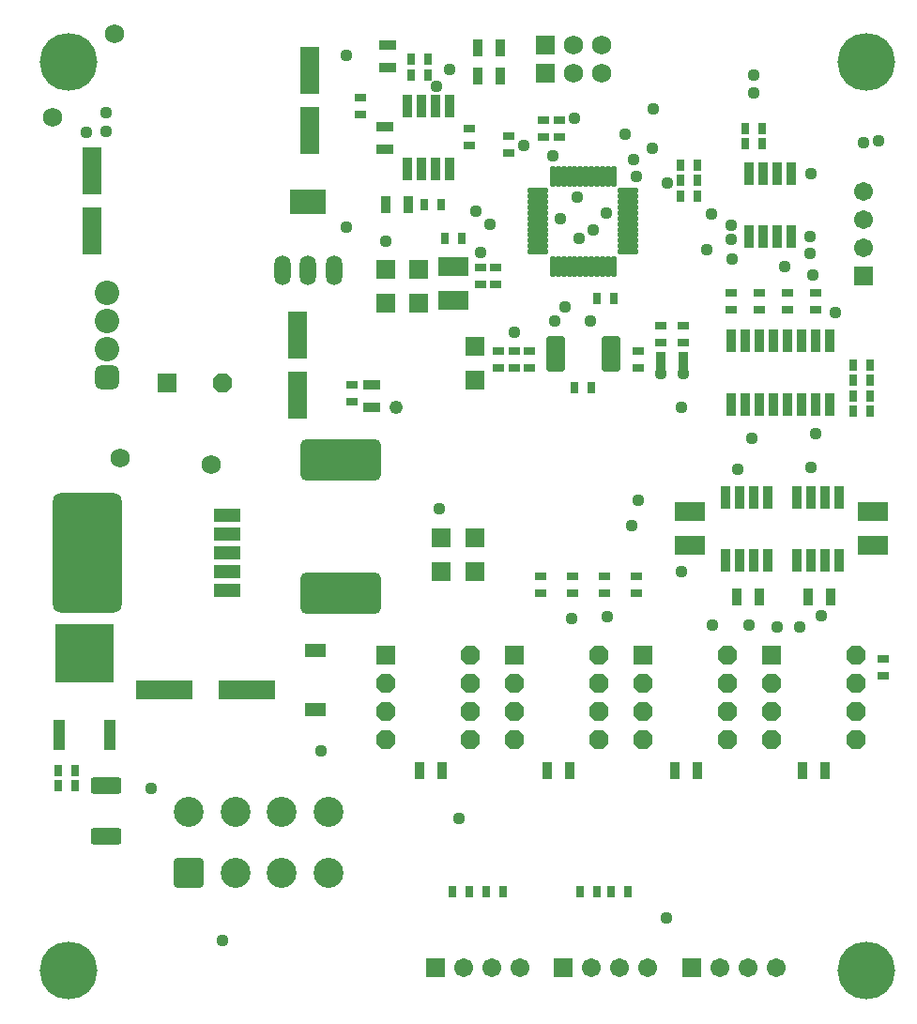
<source format=gts>
%FSAX24Y24*%
%MOIN*%
G70*
G01*
G75*
G04 Layer_Color=8388736*
%ADD10R,0.0350X0.0200*%
%ADD11R,0.0200X0.0350*%
%ADD12R,0.0300X0.0550*%
%ADD13R,0.0550X0.0300*%
%ADD14R,0.0600X0.0600*%
%ADD15R,0.0600X0.0600*%
%ADD16R,0.1000X0.0600*%
%ADD17R,0.0240X0.0760*%
%ADD18R,0.1181X0.0787*%
%ADD19O,0.0500X0.0984*%
%ADD20O,0.0118X0.0689*%
%ADD21O,0.0689X0.0118*%
%ADD22R,0.0650X0.0400*%
%ADD23C,0.0600*%
G04:AMPARAMS|DCode=24|XSize=59.1mil|YSize=118.1mil|CornerRadius=5.9mil|HoleSize=0mil|Usage=FLASHONLY|Rotation=180.000|XOffset=0mil|YOffset=0mil|HoleType=Round|Shape=RoundedRectangle|*
%AMROUNDEDRECTD24*
21,1,0.0591,0.1063,0,0,180.0*
21,1,0.0472,0.1181,0,0,180.0*
1,1,0.0118,-0.0236,0.0532*
1,1,0.0118,0.0236,0.0532*
1,1,0.0118,0.0236,-0.0532*
1,1,0.0118,-0.0236,-0.0532*
%
%ADD24ROUNDEDRECTD24*%
G04:AMPARAMS|DCode=25|XSize=100mil|YSize=50mil|CornerRadius=5mil|HoleSize=0mil|Usage=FLASHONLY|Rotation=180.000|XOffset=0mil|YOffset=0mil|HoleType=Round|Shape=RoundedRectangle|*
%AMROUNDEDRECTD25*
21,1,0.1000,0.0400,0,0,180.0*
21,1,0.0900,0.0500,0,0,180.0*
1,1,0.0100,-0.0450,0.0200*
1,1,0.0100,0.0450,0.0200*
1,1,0.0100,0.0450,-0.0200*
1,1,0.0100,-0.0450,-0.0200*
%
%ADD25ROUNDEDRECTD25*%
%ADD26R,0.2008X0.2000*%
%ADD27R,0.0315X0.0984*%
G04:AMPARAMS|DCode=28|XSize=275.6mil|YSize=137.8mil|CornerRadius=13.8mil|HoleSize=0mil|Usage=FLASHONLY|Rotation=180.000|XOffset=0mil|YOffset=0mil|HoleType=Round|Shape=RoundedRectangle|*
%AMROUNDEDRECTD28*
21,1,0.2756,0.1102,0,0,180.0*
21,1,0.2480,0.1378,0,0,180.0*
1,1,0.0276,-0.1240,0.0551*
1,1,0.0276,0.1240,0.0551*
1,1,0.0276,0.1240,-0.0551*
1,1,0.0276,-0.1240,-0.0551*
%
%ADD28ROUNDEDRECTD28*%
%ADD29R,0.0850X0.0421*%
G04:AMPARAMS|DCode=30|XSize=417.3mil|YSize=236.2mil|CornerRadius=23.6mil|HoleSize=0mil|Usage=FLASHONLY|Rotation=90.000|XOffset=0mil|YOffset=0mil|HoleType=Round|Shape=RoundedRectangle|*
%AMROUNDEDRECTD30*
21,1,0.4173,0.1890,0,0,90.0*
21,1,0.3701,0.2362,0,0,90.0*
1,1,0.0472,0.0945,0.1850*
1,1,0.0472,0.0945,-0.1850*
1,1,0.0472,-0.0945,-0.1850*
1,1,0.0472,-0.0945,0.1850*
%
%ADD30ROUNDEDRECTD30*%
%ADD31C,0.0100*%
%ADD32C,0.0200*%
%ADD33C,0.0080*%
%ADD34C,0.0250*%
%ADD35R,0.2350X0.4000*%
%ADD36R,0.5200X0.0300*%
%ADD37R,0.2200X0.3700*%
%ADD38R,0.3100X0.0700*%
%ADD39C,0.0591*%
%ADD40R,0.0591X0.0591*%
%ADD41P,0.0649X8X112.5*%
%ADD42R,0.0591X0.0591*%
%ADD43P,0.0649X8X22.5*%
%ADD44R,0.0591X0.1575*%
%ADD45C,0.0787*%
G04:AMPARAMS|DCode=46|XSize=78.7mil|YSize=78.7mil|CornerRadius=19.7mil|HoleSize=0mil|Usage=FLASHONLY|Rotation=0.000|XOffset=0mil|YOffset=0mil|HoleType=Round|Shape=RoundedRectangle|*
%AMROUNDEDRECTD46*
21,1,0.0787,0.0394,0,0,0.0*
21,1,0.0394,0.0787,0,0,0.0*
1,1,0.0394,0.0197,-0.0197*
1,1,0.0394,-0.0197,-0.0197*
1,1,0.0394,-0.0197,0.0197*
1,1,0.0394,0.0197,0.0197*
%
%ADD46ROUNDEDRECTD46*%
%ADD47C,0.1969*%
%ADD48R,0.0610X0.0610*%
%ADD49C,0.0610*%
%ADD50R,0.1969X0.0591*%
%ADD51C,0.0984*%
G04:AMPARAMS|DCode=52|XSize=98.4mil|YSize=98.4mil|CornerRadius=9.8mil|HoleSize=0mil|Usage=FLASHONLY|Rotation=90.000|XOffset=0mil|YOffset=0mil|HoleType=Round|Shape=RoundedRectangle|*
%AMROUNDEDRECTD52*
21,1,0.0984,0.0787,0,0,90.0*
21,1,0.0787,0.0984,0,0,90.0*
1,1,0.0197,0.0394,0.0394*
1,1,0.0197,0.0394,-0.0394*
1,1,0.0197,-0.0394,-0.0394*
1,1,0.0197,-0.0394,0.0394*
%
%ADD52ROUNDEDRECTD52*%
%ADD53C,0.0360*%
%ADD54C,0.0400*%
%ADD55R,0.2650X0.2650*%
%ADD56C,0.0060*%
%ADD57C,0.0098*%
%ADD58C,0.0070*%
%ADD59C,0.0079*%
%ADD60R,0.0200X0.1000*%
%ADD61R,0.1050X1.2063*%
%ADD62R,0.1000X0.0200*%
%ADD63R,0.7650X0.1650*%
%ADD64R,0.0197X0.0101*%
%ADD65R,0.6600X0.0656*%
%ADD66R,0.0430X0.0280*%
%ADD67R,0.0280X0.0430*%
%ADD68R,0.0380X0.0630*%
%ADD69R,0.0630X0.0380*%
%ADD70R,0.0680X0.0680*%
%ADD71R,0.0680X0.0680*%
%ADD72R,0.1080X0.0680*%
%ADD73R,0.0320X0.0840*%
%ADD74R,0.1261X0.0867*%
%ADD75O,0.0580X0.1064*%
%ADD76O,0.0198X0.0769*%
%ADD77O,0.0769X0.0198*%
%ADD78R,0.0730X0.0480*%
%ADD79C,0.0680*%
G04:AMPARAMS|DCode=80|XSize=67.1mil|YSize=126.1mil|CornerRadius=9.9mil|HoleSize=0mil|Usage=FLASHONLY|Rotation=180.000|XOffset=0mil|YOffset=0mil|HoleType=Round|Shape=RoundedRectangle|*
%AMROUNDEDRECTD80*
21,1,0.0671,0.1063,0,0,180.0*
21,1,0.0472,0.1261,0,0,180.0*
1,1,0.0198,-0.0236,0.0532*
1,1,0.0198,0.0236,0.0532*
1,1,0.0198,0.0236,-0.0532*
1,1,0.0198,-0.0236,-0.0532*
%
%ADD80ROUNDEDRECTD80*%
G04:AMPARAMS|DCode=81|XSize=108mil|YSize=58mil|CornerRadius=9mil|HoleSize=0mil|Usage=FLASHONLY|Rotation=180.000|XOffset=0mil|YOffset=0mil|HoleType=Round|Shape=RoundedRectangle|*
%AMROUNDEDRECTD81*
21,1,0.1080,0.0400,0,0,180.0*
21,1,0.0900,0.0580,0,0,180.0*
1,1,0.0180,-0.0450,0.0200*
1,1,0.0180,0.0450,0.0200*
1,1,0.0180,0.0450,-0.0200*
1,1,0.0180,-0.0450,-0.0200*
%
%ADD81ROUNDEDRECTD81*%
%ADD82R,0.2088X0.2080*%
%ADD83R,0.0395X0.1064*%
G04:AMPARAMS|DCode=84|XSize=283.6mil|YSize=145.8mil|CornerRadius=17.8mil|HoleSize=0mil|Usage=FLASHONLY|Rotation=180.000|XOffset=0mil|YOffset=0mil|HoleType=Round|Shape=RoundedRectangle|*
%AMROUNDEDRECTD84*
21,1,0.2836,0.1102,0,0,180.0*
21,1,0.2480,0.1458,0,0,180.0*
1,1,0.0356,-0.1240,0.0551*
1,1,0.0356,0.1240,0.0551*
1,1,0.0356,0.1240,-0.0551*
1,1,0.0356,-0.1240,-0.0551*
%
%ADD84ROUNDEDRECTD84*%
%ADD85R,0.0930X0.0501*%
G04:AMPARAMS|DCode=86|XSize=425.3mil|YSize=244.2mil|CornerRadius=27.6mil|HoleSize=0mil|Usage=FLASHONLY|Rotation=90.000|XOffset=0mil|YOffset=0mil|HoleType=Round|Shape=RoundedRectangle|*
%AMROUNDEDRECTD86*
21,1,0.4253,0.1890,0,0,90.0*
21,1,0.3701,0.2442,0,0,90.0*
1,1,0.0552,0.0945,0.1850*
1,1,0.0552,0.0945,-0.1850*
1,1,0.0552,-0.0945,-0.1850*
1,1,0.0552,-0.0945,0.1850*
%
%ADD86ROUNDEDRECTD86*%
%ADD87C,0.0671*%
%ADD88R,0.0671X0.0671*%
%ADD89P,0.0736X8X112.5*%
%ADD90R,0.0671X0.0671*%
%ADD91P,0.0736X8X22.5*%
%ADD92R,0.0671X0.1655*%
%ADD93C,0.0867*%
G04:AMPARAMS|DCode=94|XSize=86.7mil|YSize=86.7mil|CornerRadius=23.7mil|HoleSize=0mil|Usage=FLASHONLY|Rotation=0.000|XOffset=0mil|YOffset=0mil|HoleType=Round|Shape=RoundedRectangle|*
%AMROUNDEDRECTD94*
21,1,0.0867,0.0394,0,0,0.0*
21,1,0.0394,0.0867,0,0,0.0*
1,1,0.0474,0.0197,-0.0197*
1,1,0.0474,-0.0197,-0.0197*
1,1,0.0474,-0.0197,0.0197*
1,1,0.0474,0.0197,0.0197*
%
%ADD94ROUNDEDRECTD94*%
%ADD95C,0.2049*%
%ADD96R,0.0690X0.0690*%
%ADD97C,0.0690*%
%ADD98R,0.2049X0.0671*%
%ADD99C,0.1064*%
G04:AMPARAMS|DCode=100|XSize=106.4mil|YSize=106.4mil|CornerRadius=13.8mil|HoleSize=0mil|Usage=FLASHONLY|Rotation=90.000|XOffset=0mil|YOffset=0mil|HoleType=Round|Shape=RoundedRectangle|*
%AMROUNDEDRECTD100*
21,1,0.1064,0.0787,0,0,90.0*
21,1,0.0787,0.1064,0,0,90.0*
1,1,0.0277,0.0394,0.0394*
1,1,0.0277,0.0394,-0.0394*
1,1,0.0277,-0.0394,-0.0394*
1,1,0.0277,-0.0394,0.0394*
%
%ADD100ROUNDEDRECTD100*%
%ADD101C,0.0440*%
%ADD102C,0.0480*%
D66*
X098100Y093431D02*
D03*
Y092831D02*
D03*
X097650Y088761D02*
D03*
Y088161D02*
D03*
X103500Y086111D02*
D03*
Y086711D02*
D03*
X104300Y086111D02*
D03*
Y086711D02*
D03*
X099350Y094011D02*
D03*
Y093411D02*
D03*
X099900Y094011D02*
D03*
Y093411D02*
D03*
X096700Y093711D02*
D03*
Y093111D02*
D03*
X111400Y074261D02*
D03*
Y074861D02*
D03*
X102650Y077811D02*
D03*
Y077211D02*
D03*
X101517Y077811D02*
D03*
Y077211D02*
D03*
X099250Y077811D02*
D03*
Y077211D02*
D03*
X100383Y077811D02*
D03*
Y077211D02*
D03*
X109000Y087861D02*
D03*
Y087261D02*
D03*
X108000Y087861D02*
D03*
Y087261D02*
D03*
X107000Y087861D02*
D03*
Y087261D02*
D03*
X106000Y087861D02*
D03*
Y087261D02*
D03*
X092850Y094811D02*
D03*
Y094211D02*
D03*
X097750Y085211D02*
D03*
Y085811D02*
D03*
X092550Y084011D02*
D03*
Y084611D02*
D03*
X098300Y085211D02*
D03*
Y085811D02*
D03*
X098850Y085211D02*
D03*
Y085811D02*
D03*
X102700Y085211D02*
D03*
Y085811D02*
D03*
X097100Y088161D02*
D03*
Y088761D02*
D03*
D67*
X101250Y087661D02*
D03*
X101850D02*
D03*
X101250Y066611D02*
D03*
X100650D02*
D03*
X102350D02*
D03*
X101750D02*
D03*
X096700D02*
D03*
X096100D02*
D03*
X097900D02*
D03*
X097300D02*
D03*
X110350Y085311D02*
D03*
X110950D02*
D03*
X110350Y084761D02*
D03*
X110950D02*
D03*
X110350Y084211D02*
D03*
X110950D02*
D03*
X110350Y083661D02*
D03*
X110950D02*
D03*
X094650Y095611D02*
D03*
X095250D02*
D03*
X094650Y096161D02*
D03*
X095250D02*
D03*
X095850Y089811D02*
D03*
X096450D02*
D03*
X101050Y084511D02*
D03*
X100450D02*
D03*
X095700Y091011D02*
D03*
X095100D02*
D03*
X082100Y070911D02*
D03*
X082700D02*
D03*
X082100Y070361D02*
D03*
X082700D02*
D03*
X104200Y092411D02*
D03*
X104800D02*
D03*
X107100Y093711D02*
D03*
X106500D02*
D03*
X104200Y091861D02*
D03*
X104800D02*
D03*
X107100Y093161D02*
D03*
X106500D02*
D03*
X104200Y091311D02*
D03*
X104800D02*
D03*
D68*
X104300Y085461D02*
D03*
X103500D02*
D03*
X109550Y077061D02*
D03*
X108750D02*
D03*
X107000D02*
D03*
X106200D02*
D03*
X109350Y070911D02*
D03*
X108550D02*
D03*
X104817D02*
D03*
X104017D02*
D03*
X095750D02*
D03*
X094950D02*
D03*
X100283D02*
D03*
X099483D02*
D03*
X097000Y096561D02*
D03*
X097800D02*
D03*
X097000Y095561D02*
D03*
X097800D02*
D03*
X094550Y091011D02*
D03*
X093750D02*
D03*
D69*
X093700Y092961D02*
D03*
Y093761D02*
D03*
X093800Y095861D02*
D03*
Y096661D02*
D03*
X093250Y084611D02*
D03*
Y083811D02*
D03*
D70*
X095700Y077961D02*
D03*
X096900D02*
D03*
X095700Y079161D02*
D03*
X096900D02*
D03*
X098317Y075011D02*
D03*
X093750D02*
D03*
X102883D02*
D03*
X107450D02*
D03*
D71*
X093750Y087511D02*
D03*
Y088711D02*
D03*
X096900Y085961D02*
D03*
Y084761D02*
D03*
X094900Y088711D02*
D03*
Y087511D02*
D03*
X085982Y084661D02*
D03*
D72*
X104550Y078911D02*
D03*
Y080111D02*
D03*
X111050Y078911D02*
D03*
Y080111D02*
D03*
X096150Y088811D02*
D03*
Y087611D02*
D03*
D73*
X108850Y078361D02*
D03*
X108350D02*
D03*
Y080611D02*
D03*
X109350Y078361D02*
D03*
X108850Y080611D02*
D03*
X109850Y078361D02*
D03*
X109350Y080611D02*
D03*
X109850D02*
D03*
X106300Y078361D02*
D03*
X105800D02*
D03*
Y080611D02*
D03*
X106800Y078361D02*
D03*
X106300Y080611D02*
D03*
X107300Y078361D02*
D03*
X106800Y080611D02*
D03*
X107300D02*
D03*
X109500Y086161D02*
D03*
X109000D02*
D03*
X109500Y083911D02*
D03*
X108500Y086161D02*
D03*
X109000Y083911D02*
D03*
X108000Y086161D02*
D03*
Y083911D02*
D03*
X108500D02*
D03*
X106500Y086161D02*
D03*
X106000D02*
D03*
X107000D02*
D03*
X107500D02*
D03*
X106500Y083911D02*
D03*
X106000D02*
D03*
X107000D02*
D03*
X107500D02*
D03*
X095500Y094511D02*
D03*
X096000D02*
D03*
Y092261D02*
D03*
X095000Y094511D02*
D03*
X095500Y092261D02*
D03*
X094500Y094511D02*
D03*
X095000Y092261D02*
D03*
X094500D02*
D03*
X106650Y089861D02*
D03*
X107150D02*
D03*
X106650Y092111D02*
D03*
X107650Y089861D02*
D03*
X107150Y092111D02*
D03*
X108150Y089861D02*
D03*
Y092111D02*
D03*
X107650D02*
D03*
D74*
X090994Y091111D02*
D03*
D75*
Y088661D02*
D03*
X091900D02*
D03*
X090089D02*
D03*
D76*
X099675Y088802D02*
D03*
X099872D02*
D03*
X100069D02*
D03*
X100266D02*
D03*
X100463D02*
D03*
X100659D02*
D03*
X100856D02*
D03*
X101053D02*
D03*
X101250D02*
D03*
X101447D02*
D03*
X101644D02*
D03*
X101841D02*
D03*
Y092011D02*
D03*
X101644D02*
D03*
X101447D02*
D03*
X101250D02*
D03*
X101053D02*
D03*
X100856D02*
D03*
X100659D02*
D03*
X100463D02*
D03*
X100266D02*
D03*
X100069D02*
D03*
X099872D02*
D03*
X099675D02*
D03*
D77*
X102362Y089324D02*
D03*
Y089521D02*
D03*
Y089717D02*
D03*
Y089914D02*
D03*
Y090111D02*
D03*
Y090308D02*
D03*
Y090505D02*
D03*
Y090702D02*
D03*
Y090899D02*
D03*
Y091095D02*
D03*
Y091292D02*
D03*
Y091489D02*
D03*
X099154D02*
D03*
Y091292D02*
D03*
Y091095D02*
D03*
Y090899D02*
D03*
Y090702D02*
D03*
Y090505D02*
D03*
Y090308D02*
D03*
Y090111D02*
D03*
Y089914D02*
D03*
Y089717D02*
D03*
Y089521D02*
D03*
Y089324D02*
D03*
D78*
X091250Y073061D02*
D03*
Y075161D02*
D03*
D79*
X084100Y097061D02*
D03*
X081900Y094111D02*
D03*
X084300Y082011D02*
D03*
X087550Y081761D02*
D03*
D80*
X101750Y085711D02*
D03*
X099782D02*
D03*
D81*
X083800Y070361D02*
D03*
Y068561D02*
D03*
D82*
X083050Y075061D02*
D03*
D83*
X083950Y072161D02*
D03*
X082150D02*
D03*
D84*
X092150Y081935D02*
D03*
Y077211D02*
D03*
D85*
X088100Y079969D02*
D03*
Y079299D02*
D03*
Y078630D02*
D03*
Y077961D02*
D03*
Y077291D02*
D03*
D86*
X083150Y078630D02*
D03*
D87*
X110700Y091461D02*
D03*
Y090461D02*
D03*
Y089461D02*
D03*
X105600Y063911D02*
D03*
X106600D02*
D03*
X107600D02*
D03*
X101050D02*
D03*
X102050D02*
D03*
X103050D02*
D03*
X096500D02*
D03*
X097500D02*
D03*
X098500D02*
D03*
D88*
X110700Y088461D02*
D03*
D89*
X087950Y084661D02*
D03*
D90*
X104600Y063911D02*
D03*
X100050D02*
D03*
X095500D02*
D03*
D91*
X098317Y074011D02*
D03*
Y073011D02*
D03*
Y072011D02*
D03*
X101309D02*
D03*
Y073011D02*
D03*
Y074011D02*
D03*
Y075011D02*
D03*
X093750Y074011D02*
D03*
Y073011D02*
D03*
Y072011D02*
D03*
X096742D02*
D03*
Y073011D02*
D03*
Y074011D02*
D03*
Y075011D02*
D03*
X102883Y074011D02*
D03*
Y073011D02*
D03*
Y072011D02*
D03*
X105875D02*
D03*
Y073011D02*
D03*
Y074011D02*
D03*
Y075011D02*
D03*
X107450Y074011D02*
D03*
Y073011D02*
D03*
Y072011D02*
D03*
X110442D02*
D03*
Y073011D02*
D03*
Y074011D02*
D03*
Y075011D02*
D03*
D92*
X083300Y092196D02*
D03*
Y090070D02*
D03*
X090600Y084220D02*
D03*
Y086346D02*
D03*
X091050Y095751D02*
D03*
Y093625D02*
D03*
D93*
X083850Y087861D02*
D03*
Y086861D02*
D03*
Y085861D02*
D03*
D94*
Y084861D02*
D03*
D95*
X082475Y063786D02*
D03*
Y096069D02*
D03*
X110821D02*
D03*
Y063786D02*
D03*
D96*
X099400Y095661D02*
D03*
Y096661D02*
D03*
D97*
X100400Y095661D02*
D03*
X101400D02*
D03*
Y096661D02*
D03*
X100400D02*
D03*
D98*
X088826Y073761D02*
D03*
X085874D02*
D03*
D99*
X088404Y069426D02*
D03*
Y067261D02*
D03*
X086750Y069426D02*
D03*
X090057Y067261D02*
D03*
Y069426D02*
D03*
X091711Y067261D02*
D03*
Y069426D02*
D03*
D100*
X086750Y067261D02*
D03*
D101*
X097100Y089311D02*
D03*
X100450Y094061D02*
D03*
X099950Y090511D02*
D03*
X106000Y089761D02*
D03*
Y090261D02*
D03*
X108800Y089261D02*
D03*
Y089861D02*
D03*
X091450Y071611D02*
D03*
X096350Y069211D02*
D03*
X087950Y064861D02*
D03*
X104250Y077961D02*
D03*
Y083811D02*
D03*
X106800Y094961D02*
D03*
Y095611D02*
D03*
X108850Y092111D02*
D03*
X105300Y090661D02*
D03*
X100550Y091261D02*
D03*
X098650Y093111D02*
D03*
X101100Y090111D02*
D03*
X109700Y087161D02*
D03*
X099675Y092736D02*
D03*
X102475Y079586D02*
D03*
X102700Y080511D02*
D03*
X100600Y089811D02*
D03*
X101591Y090702D02*
D03*
X103750Y091761D02*
D03*
X103700Y065661D02*
D03*
X111250Y093261D02*
D03*
X110700Y093211D02*
D03*
X092350Y090211D02*
D03*
Y096311D02*
D03*
X095650Y080211D02*
D03*
X107650Y076011D02*
D03*
X101600Y076361D02*
D03*
X100350Y076311D02*
D03*
X108450Y076011D02*
D03*
X109200Y076411D02*
D03*
X105350Y076061D02*
D03*
X106650D02*
D03*
X108850Y081661D02*
D03*
X109000Y082861D02*
D03*
X106250Y081611D02*
D03*
X106750Y082711D02*
D03*
X105150Y089411D02*
D03*
X103200Y093011D02*
D03*
X106050Y089061D02*
D03*
X107900Y088811D02*
D03*
X108900Y088511D02*
D03*
X102250Y093511D02*
D03*
X102550Y092611D02*
D03*
X102650Y092011D02*
D03*
X099750Y086861D02*
D03*
X093750Y089711D02*
D03*
X103500Y085011D02*
D03*
X104300D02*
D03*
X100100Y087361D02*
D03*
X103250Y094411D02*
D03*
X096000Y095811D02*
D03*
X095550Y095211D02*
D03*
X096950Y090761D02*
D03*
X097450Y090311D02*
D03*
X098300Y086461D02*
D03*
X101000Y086861D02*
D03*
X085400Y070261D02*
D03*
X083800Y094261D02*
D03*
Y093611D02*
D03*
X083100Y093561D02*
D03*
D102*
X094100Y083811D02*
D03*
M02*

</source>
